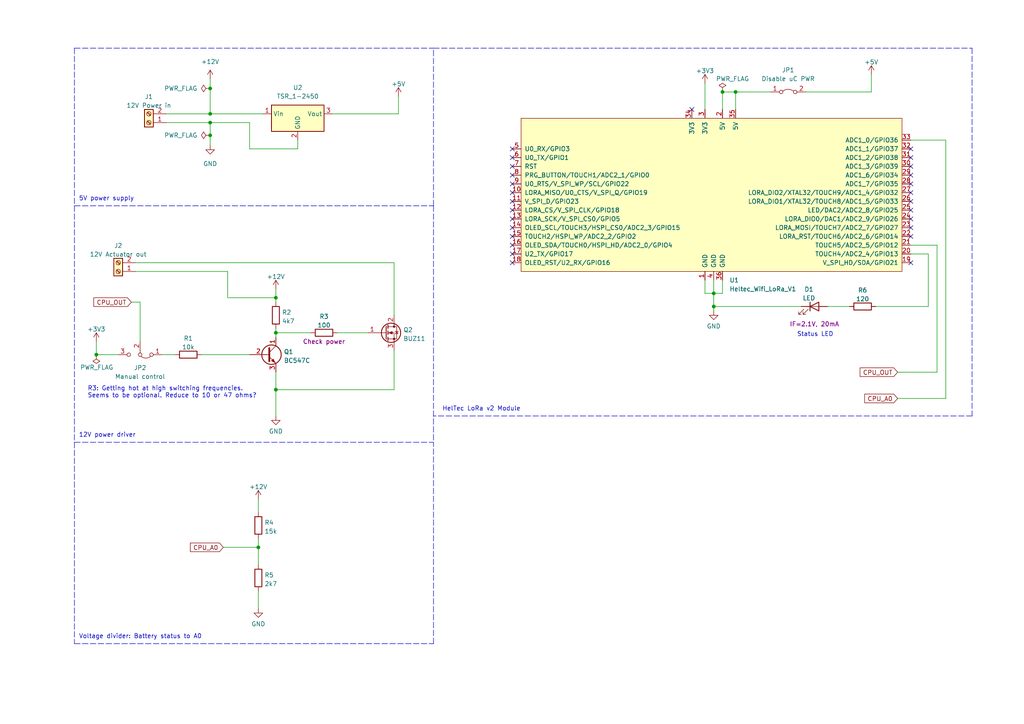
<source format=kicad_sch>
(kicad_sch (version 20211123) (generator eeschema)
  (paper "A4")
  (title_block (title "Actuator WolfNet") (date "2022-08-04") (rev "2") (company "ComNets, Uni Bremen, Jens Dede"))
  (lib_symbols
    (symbol "Connector:Screw_Terminal_01x02" (pin_names (offset 1.016) hide)
      (property "Reference" "J" (at 0 2.54 0))
      (property "Value" "Screw_Terminal_01x02" (at 0 -5.08 0))
      (symbol "Screw_Terminal_01x02_1_1"
        (rectangle (start -1.27 1.27) (end 1.27 -3.81) (stroke (width 0.254)) (fill (type background)))
        (circle (center 0 -2.54) (radius 0.635) (stroke (width 0.1524)))
        (polyline (pts (xy -0.5334 -2.2098) (xy 0.3302 -3.048)) (stroke (width 0.1524)))
        (polyline (pts (xy -0.5334 0.3302) (xy 0.3302 -0.508)) (stroke (width 0.1524)))
        (polyline (pts (xy -0.3556 -2.032) (xy 0.508 -2.8702)) (stroke (width 0.1524)))
        (polyline (pts (xy -0.3556 0.508) (xy 0.508 -0.3302)) (stroke (width 0.1524)))
        (circle (center 0 0) (radius 0.635) (stroke (width 0.1524)))
        (pin passive line (at -5.08 0 0) (length 3.81) (name "Pin_1") (number "1"))
        (pin passive line (at -5.08 -2.54 0) (length 3.81) (name "Pin_2") (number "2"))
      )
    )
    (symbol "Device:LED" (pin_numbers hide) (pin_names (offset 1.016) hide)
      (property "Reference" "D" (at 0 2.54 0))
      (property "Value" "LED" (at 0 -2.54 0))
      (symbol "LED_0_1"
        (polyline (pts (xy -1.27 -1.27) (xy -1.27 1.27)) (stroke (width 0.254)))
        (polyline (pts (xy -1.27 0) (xy 1.27 0)))
        (polyline (pts (xy 1.27 -1.27) (xy 1.27 1.27) (xy -1.27 0) (xy 1.27 -1.27)) (stroke (width 0.254)))
        (polyline (pts (xy -3.048 -0.762) (xy -4.572 -2.286) (xy -3.81 -2.286) (xy -4.572 -2.286) (xy -4.572 -1.524)))
        (polyline (pts (xy -1.778 -0.762) (xy -3.302 -2.286) (xy -2.54 -2.286) (xy -3.302 -2.286) (xy -3.302 -1.524)))
      )
      (symbol "LED_1_1"
        (pin passive line (at -3.81 0 0) (length 2.54) (name "K") (number "1"))
        (pin passive line (at 3.81 0 180) (length 2.54) (name "A") (number "2"))
      )
    )
    (symbol "Device:R" (pin_numbers hide) (pin_names (offset 0))
      (property "Reference" "R" (at 2.032 0 90))
      (property "Value" "R" (at 0 0 90))
      (symbol "R_0_1"
        (rectangle (start -1.016 -2.54) (end 1.016 2.54) (stroke (width 0.254)))
      )
      (symbol "R_1_1"
        (pin passive line (at 0 3.81 270) (length 1.27) (name "~") (number "1"))
        (pin passive line (at 0 -3.81 90) (length 1.27) (name "~") (number "2"))
      )
    )
    (symbol "Jumper:Jumper_2_Bridged" (pin_names (offset 0) hide)
      (property "Reference" "JP" (at 0 1.905 0))
      (property "Value" "Jumper_2_Bridged" (at 0 -2.54 0))
      (symbol "Jumper_2_Bridged_0_0"
        (circle (center -2.032 0) (radius 0.508))
        (circle (center 2.032 0) (radius 0.508))
      )
      (symbol "Jumper_2_Bridged_0_1"
        (arc (start 1.524 0.254) (mid 0 0.762) (end -1.524 0.254))
      )
      (symbol "Jumper_2_Bridged_1_1"
        (pin passive line (at -5.08 0 0) (length 2.54) (name "A") (number "1"))
        (pin passive line (at 5.08 0 180) (length 2.54) (name "B") (number "2"))
      )
    )
    (symbol "Jumper:Jumper_3_Bridged12" (pin_names (offset 0) hide)
      (property "Reference" "JP" (at -2.54 -2.54 0))
      (property "Value" "Jumper_3_Bridged12" (at 0 2.794 0))
      (symbol "Jumper_3_Bridged12_0_0"
        (circle (center -3.302 0) (radius 0.508))
        (circle (center 0 0) (radius 0.508))
        (circle (center 3.302 0) (radius 0.508))
      )
      (symbol "Jumper_3_Bridged12_0_1"
        (arc (start -0.254 0.508) (mid -1.651 0.9912) (end -3.048 0.508))
        (polyline (pts (xy 0 -1.27) (xy 0 -0.508)))
      )
      (symbol "Jumper_3_Bridged12_1_1"
        (pin passive line (at -6.35 0 0) (length 2.54) (name "A") (number "1"))
        (pin passive line (at 0 -3.81 90) (length 2.54) (name "C") (number "2"))
        (pin passive line (at 6.35 0 180) (length 2.54) (name "B") (number "3"))
      )
    )
    (symbol "Regulator_Switching:TSR_1-2450"
      (property "Reference" "U" (at -7.62 6.35 0))
      (property "Value" "TSR_1-2450" (at -1.27 6.35 0))
      (symbol "TSR_1-2450_0_1"
        (rectangle (start -7.62 5.08) (end 7.62 -2.54) (stroke (width 0.254)) (fill (type background)))
      )
      (symbol "TSR_1-2450_1_1"
        (pin power_in line (at -10.16 2.54 0) (length 2.54) (name "Vin") (number "1"))
        (pin power_in line (at 0 -5.08 90) (length 2.54) (name "GND") (number "2"))
        (pin power_out line (at 10.16 2.54 180) (length 2.54) (name "Vout") (number "3"))
      )
    )
    (symbol "Transistor_BJT:BC547" (pin_names (offset 0) hide)
      (property "Reference" "Q" (at 5.08 1.905 0))
      (property "Value" "BC547" (at 5.08 0 0))
      (symbol "BC547_0_1"
        (polyline (pts (xy 0 0) (xy 0.635 0)))
        (polyline (pts (xy 0.635 0.635) (xy 2.54 2.54)))
        (polyline (pts (xy 0.635 -0.635) (xy 2.54 -2.54) (xy 2.54 -2.54)))
        (polyline (pts (xy 0.635 1.905) (xy 0.635 -1.905) (xy 0.635 -1.905)) (stroke (width 0.508)))
        (polyline (pts (xy 1.27 -1.778) (xy 1.778 -1.27) (xy 2.286 -2.286) (xy 1.27 -1.778) (xy 1.27 -1.778)) (fill (type outline)))
        (circle (center 1.27 0) (radius 2.8194) (stroke (width 0.254)))
      )
      (symbol "BC547_1_1"
        (pin passive line (at 2.54 5.08 270) (length 2.54) (name "C") (number "1"))
        (pin input line (at -5.08 0 0) (length 5.08) (name "B") (number "2"))
        (pin passive line (at 2.54 -5.08 90) (length 2.54) (name "E") (number "3"))
      )
    )
    (symbol "Transistor_FET:BUZ11" (pin_names hide)
      (property "Reference" "Q" (at 6.35 1.905 0))
      (property "Value" "BUZ11" (at 6.35 0 0))
      (symbol "BUZ11_0_1"
        (polyline (pts (xy 0.254 0) (xy -2.54 0)))
        (polyline (pts (xy 0.254 1.905) (xy 0.254 -1.905)) (stroke (width 0.254)))
        (polyline (pts (xy 0.762 -1.27) (xy 0.762 -2.286)) (stroke (width 0.254)))
        (polyline (pts (xy 0.762 0.508) (xy 0.762 -0.508)) (stroke (width 0.254)))
        (polyline (pts (xy 0.762 2.286) (xy 0.762 1.27)) (stroke (width 0.254)))
        (polyline (pts (xy 2.54 2.54) (xy 2.54 1.778)))
        (polyline (pts (xy 2.54 -2.54) (xy 2.54 0) (xy 0.762 0)))
        (polyline (pts (xy 0.762 -1.778) (xy 3.302 -1.778) (xy 3.302 1.778) (xy 0.762 1.778)))
        (polyline (pts (xy 1.016 0) (xy 2.032 0.381) (xy 2.032 -0.381) (xy 1.016 0)) (fill (type outline)))
        (polyline (pts (xy 2.794 0.508) (xy 2.921 0.381) (xy 3.683 0.381) (xy 3.81 0.254)))
        (polyline (pts (xy 3.302 0.381) (xy 2.921 -0.254) (xy 3.683 -0.254) (xy 3.302 0.381)))
        (circle (center 1.651 0) (radius 2.794) (stroke (width 0.254)))
        (circle (center 2.54 -1.778) (radius 0.254) (fill (type outline)))
        (circle (center 2.54 1.778) (radius 0.254) (fill (type outline)))
      )
      (symbol "BUZ11_1_1"
        (pin input line (at -5.08 0 0) (length 2.54) (name "G") (number "1"))
        (pin passive line (at 2.54 5.08 270) (length 2.54) (name "D") (number "2"))
        (pin passive line (at 2.54 -5.08 90) (length 2.54) (name "S") (number "3"))
      )
    )
    (symbol "WolfNetlibs:Heltec_Wifi_LoRa_V1" (pin_names (offset 1.016))
      (property "Reference" "U" (at 0 21.59 0))
      (property "Value" "Heltec_Wifi_LoRa_V1" (at 1.27 19.05 0))
      (symbol "Heltec_Wifi_LoRa_V1_0_1"
        (rectangle (start -55.88 5.08) (end 54.61 -39.37) (fill (type background)))
      )
      (symbol "Heltec_Wifi_LoRa_V1_1_1"
        (pin power_in line (at -2.54 -41.91 90) (length 2.54) (name "GND") (number "1"))
        (pin bidirectional line (at -58.42 -16.51 0) (length 2.54) (name "LORA_MISO/U0_CTS/V_SPI_Q/GPIO19") (number "10"))
        (pin bidirectional line (at -58.42 -19.05 0) (length 2.54) (name "V_SPI_D/GPIO23") (number "11"))
        (pin bidirectional line (at -58.42 -21.59 0) (length 2.54) (name "LORA_CS/V_SPI_CLK/GPIO18") (number "12"))
        (pin bidirectional line (at -58.42 -24.13 0) (length 2.54) (name "LORA_SCK/V_SPI_CS0/GPIO5") (number "13"))
        (pin bidirectional line (at -58.42 -26.67 0) (length 2.54) (name "OLED_SCL/TOUCH3/HSPI_CS0/ADC2_3/GPIO15") (number "14"))
        (pin bidirectional line (at -58.42 -29.21 0) (length 2.54) (name "TOUCH2/HSPI_WP/ADC2_2/GPIO2") (number "15"))
        (pin bidirectional line (at -58.42 -31.75 0) (length 2.54) (name "OLED_SDA/TOUCH0/HSPI_HD/ADC2_0/GPIO4") (number "16"))
        (pin bidirectional line (at -58.42 -34.29 0) (length 2.54) (name "U2_TX/GPIO17") (number "17"))
        (pin bidirectional line (at -58.42 -36.83 0) (length 2.54) (name "OLED_RST/U2_RX/GPIO16") (number "18"))
        (pin bidirectional line (at 57.15 -36.83 180) (length 2.54) (name "V_SPI_HD/SDA/GPIO21") (number "19"))
        (pin power_in line (at 2.54 7.62 270) (length 2.54) (name "5V") (number "2"))
        (pin bidirectional line (at 57.15 -34.29 180) (length 2.54) (name "TOUCH4/ADC2_4/GPIO13") (number "20"))
        (pin bidirectional line (at 57.15 -31.75 180) (length 2.54) (name "TOUCH5/ADC2_5/GPIO12") (number "21"))
        (pin bidirectional line (at 57.15 -29.21 180) (length 2.54) (name "LORA_RST/TOUCH6/ADC2_6/GPIO14") (number "22"))
        (pin bidirectional line (at 57.15 -26.67 180) (length 2.54) (name "LORA_MOSI/TOUCH7/ADC2_7/GPIO27") (number "23"))
        (pin bidirectional line (at 57.15 -24.13 180) (length 2.54) (name "LORA_DIO0/DAC1/ADC2_9/GPIO26") (number "24"))
        (pin bidirectional line (at 57.15 -21.59 180) (length 2.54) (name "LED/DAC2/ADC2_8/GPIO25") (number "25"))
        (pin bidirectional line (at 57.15 -19.05 180) (length 2.54) (name "LORA_DIO1/XTAL32/TOUCH8/ADC1_5/GPIO33") (number "26"))
        (pin bidirectional line (at 57.15 -16.51 180) (length 2.54) (name "LORA_DIO2/XTAL32/TOUCH9/ADC1_4/GPIO32") (number "27"))
        (pin bidirectional line (at 57.15 -13.97 180) (length 2.54) (name "ADC1_7/GPIO35") (number "28"))
        (pin bidirectional line (at 57.15 -11.43 180) (length 2.54) (name "ADC1_6/GPIO34") (number "29"))
        (pin power_in line (at -2.54 7.62 270) (length 2.54) (name "3V3") (number "3"))
        (pin bidirectional line (at 57.15 -8.89 180) (length 2.54) (name "ADC1_3/GPIO39") (number "30"))
        (pin bidirectional line (at 57.15 -6.35 180) (length 2.54) (name "ADC1_2/GPIO38") (number "31"))
        (pin bidirectional line (at 57.15 -3.81 180) (length 2.54) (name "ADC1_1/GPIO37") (number "32"))
        (pin bidirectional line (at 57.15 -1.27 180) (length 2.54) (name "ADC1_0/GPIO36") (number "33"))
        (pin power_in line (at -6.35 7.62 270) (length 2.54) (name "3V3") (number "34"))
        (pin power_in line (at 6.35 7.62 270) (length 2.54) (name "5V") (number "35"))
        (pin power_in line (at 2.54 -41.91 90) (length 2.54) (name "GND") (number "36"))
        (pin power_in line (at 0 -41.91 90) (length 2.54) (name "GND") (number "4"))
        (pin bidirectional line (at -58.42 -3.81 0) (length 2.54) (name "U0_RX/GPIO3") (number "5"))
        (pin bidirectional line (at -58.42 -6.35 0) (length 2.54) (name "U0_TX/GPIO1") (number "6"))
        (pin input line (at -58.42 -8.89 0) (length 2.54) (name "RST") (number "7"))
        (pin bidirectional line (at -58.42 -11.43 0) (length 2.54) (name "PRG_BUTTON/TOUCH1/ADC2_1/GPIO0") (number "8"))
        (pin bidirectional line (at -58.42 -13.97 0) (length 2.54) (name "U0_RTS/V_SPI_WP/SCL/GPIO22") (number "9"))
      )
    )
    (symbol "power:+12V" (power) (pin_names (offset 0))
      (property "Value" "+12V" (at 0 3.556 0))
      (symbol "+12V_0_1"
        (polyline (pts (xy -0.762 1.27) (xy 0 2.54)))
        (polyline (pts (xy 0 0) (xy 0 2.54)))
        (polyline (pts (xy 0 2.54) (xy 0.762 1.27)))
      )
      (symbol "+12V_1_1"
        (pin power_in line (at 0 0 90) (length 0) hide (name "+12V") (number "1"))
      )
    )
    (symbol "power:+3V3" (power) (pin_names (offset 0))
      (property "Value" "+3V3" (at 0 3.556 0))
      (symbol "+3V3_0_1"
        (polyline (pts (xy -0.762 1.27) (xy 0 2.54)))
        (polyline (pts (xy 0 0) (xy 0 2.54)))
        (polyline (pts (xy 0 2.54) (xy 0.762 1.27)))
      )
      (symbol "+3V3_1_1"
        (pin power_in line (at 0 0 90) (length 0) hide (name "+3V3") (number "1"))
      )
    )
    (symbol "power:+5V" (power) (pin_names (offset 0))
      (property "Value" "+5V" (at 0 3.556 0))
      (symbol "+5V_0_1"
        (polyline (pts (xy -0.762 1.27) (xy 0 2.54)))
        (polyline (pts (xy 0 0) (xy 0 2.54)))
        (polyline (pts (xy 0 2.54) (xy 0.762 1.27)))
      )
      (symbol "+5V_1_1"
        (pin power_in line (at 0 0 90) (length 0) hide (name "+5V") (number "1"))
      )
    )
    (symbol "power:GND" (power) (pin_names (offset 0))
      (property "Value" "GND" (at 0 -3.81 0))
      (symbol "GND_0_1"
        (polyline (pts (xy 0 0) (xy 0 -1.27) (xy 1.27 -1.27) (xy 0 -2.54) (xy -1.27 -1.27) (xy 0 -1.27)))
      )
      (symbol "GND_1_1"
        (pin power_in line (at 0 0 270) (length 0) hide (name "GND") (number "1"))
      )
    )
    (symbol "power:PWR_FLAG" (power) (pin_numbers hide) (pin_names (offset 0) hide)
      (property "Value" "PWR_FLAG" (at 0 3.81 0))
      (symbol "PWR_FLAG_0_0"
        (pin power_out line (at 0 0 90) (length 0) (name "pwr") (number "1"))
      )
      (symbol "PWR_FLAG_0_1"
        (polyline (pts (xy 0 0) (xy 0 1.27) (xy -1.016 1.905) (xy 0 2.54) (xy 1.016 1.905) (xy 0 1.27)))
      )
    )
  )
  (junction (at 213.36 26.67))
  (junction (at 207.01 88.9))
  (junction (at 80.01 113.03))
  (junction (at 207.01 85.09))
  (junction (at 74.93 158.75))
  (junction (at 209.55 26.67))
  (junction (at 27.94 102.87))
  (junction (at 80.01 86.36))
  (junction (at 60.96 39.243))
  (junction (at 80.01 96.52))
  (junction (at 60.96 35.56))
  (junction (at 60.96 33.02))
  (junction (at 60.96 25.654))
  (no_connect (at 264.16 55.88))
  (no_connect (at 200.66 31.75))
  (no_connect (at 148.59 50.8))
  (no_connect (at 148.59 43.18))
  (no_connect (at 148.59 45.72))
  (no_connect (at 148.59 48.26))
  (no_connect (at 264.16 76.2))
  (no_connect (at 264.16 68.58))
  (no_connect (at 264.16 66.04))
  (no_connect (at 264.16 63.5))
  (no_connect (at 264.16 48.26))
  (no_connect (at 264.16 45.72))
  (no_connect (at 264.16 43.18))
  (no_connect (at 264.16 58.42))
  (no_connect (at 264.16 60.96))
  (no_connect (at 264.16 50.8))
  (no_connect (at 264.16 53.34))
  (no_connect (at 148.59 53.34))
  (no_connect (at 148.59 55.88))
  (no_connect (at 148.59 58.42))
  (no_connect (at 148.59 60.96))
  (no_connect (at 148.59 63.5))
  (no_connect (at 148.59 66.04))
  (no_connect (at 148.59 68.58))
  (no_connect (at 148.59 71.12))
  (no_connect (at 148.59 73.66))
  (no_connect (at 148.59 76.2))
  (wire (pts (xy 209.55 81.28) (xy 209.55 85.09)))
  (wire (pts (xy 207.01 88.9) (xy 207.01 90.17)))
  (wire (pts (xy 80.01 113.03) (xy 80.01 120.65)))
  (polyline (pts (xy 21.59 186.69) (xy 125.73 186.69)))
  (polyline (pts (xy 21.59 59.69) (xy 21.59 128.27)))
  (wire (pts (xy 58.42 102.87) (xy 72.39 102.87)))
  (wire (pts (xy 80.01 96.52) (xy 90.17 96.52)))
  (polyline (pts (xy 21.59 128.27) (xy 125.73 128.27)))
  (wire (pts (xy 260.35 115.57) (xy 274.32 115.57)))
  (wire (pts (xy 271.78 71.12) (xy 264.16 71.12)))
  (wire (pts (xy 60.96 39.243) (xy 60.96 42.164)))
  (wire (pts (xy 269.24 88.9) (xy 269.24 73.66)))
  (polyline (pts (xy 21.59 59.69) (xy 125.73 59.69)))
  (wire (pts (xy 204.47 85.09) (xy 207.01 85.09)))
  (wire (pts (xy 74.93 158.75) (xy 74.93 163.83)))
  (wire (pts (xy 86.36 40.64) (xy 86.36 43.18)))
  (wire (pts (xy 72.39 35.56) (xy 60.96 35.56)))
  (wire (pts (xy 39.37 76.2) (xy 114.3 76.2)))
  (polyline (pts (xy 125.73 59.69) (xy 125.73 13.97)))
  (wire (pts (xy 80.01 83.82) (xy 80.01 86.36)))
  (wire (pts (xy 66.04 86.36) (xy 80.01 86.36)))
  (wire (pts (xy 39.37 78.74) (xy 66.04 78.74)))
  (wire (pts (xy 80.01 86.36) (xy 80.01 87.63)))
  (wire (pts (xy 80.01 113.03) (xy 114.3 113.03)))
  (polyline (pts (xy 125.73 186.69) (xy 125.73 128.27)))
  (wire (pts (xy 204.47 24.13) (xy 204.47 31.75)))
  (wire (pts (xy 240.03 88.9) (xy 246.38 88.9)))
  (wire (pts (xy 86.36 43.18) (xy 72.39 43.18)))
  (wire (pts (xy 66.04 78.74) (xy 66.04 86.36)))
  (wire (pts (xy 204.47 81.28) (xy 204.47 85.09)))
  (wire (pts (xy 115.57 33.02) (xy 115.57 27.94)))
  (wire (pts (xy 269.24 73.66) (xy 264.16 73.66)))
  (wire (pts (xy 114.3 101.6) (xy 114.3 113.03)))
  (wire (pts (xy 74.93 144.78) (xy 74.93 148.59)))
  (wire (pts (xy 252.73 21.59) (xy 252.73 26.67)))
  (wire (pts (xy 274.32 115.57) (xy 274.32 40.64)))
  (wire (pts (xy 80.01 95.25) (xy 80.01 96.52)))
  (polyline (pts (xy 281.94 120.65) (xy 125.73 120.65)))
  (wire (pts (xy 80.01 107.95) (xy 80.01 113.03)))
  (polyline (pts (xy 21.59 128.27) (xy 21.59 186.69)))
  (wire (pts (xy 209.55 31.75) (xy 209.55 26.67)))
  (wire (pts (xy 74.93 156.21) (xy 74.93 158.75)))
  (wire (pts (xy 114.3 76.2) (xy 114.3 91.44)))
  (wire (pts (xy 34.29 102.87) (xy 27.94 102.87)))
  (wire (pts (xy 207.01 81.28) (xy 207.01 85.09)))
  (wire (pts (xy 96.52 33.02) (xy 115.57 33.02)))
  (wire (pts (xy 60.96 22.86) (xy 60.96 25.654)))
  (wire (pts (xy 60.96 33.02) (xy 76.2 33.02)))
  (wire (pts (xy 260.35 107.95) (xy 271.78 107.95)))
  (wire (pts (xy 209.55 26.67) (xy 213.36 26.67)))
  (wire (pts (xy 254 88.9) (xy 269.24 88.9)))
  (wire (pts (xy 271.78 107.95) (xy 271.78 71.12)))
  (wire (pts (xy 74.93 171.45) (xy 74.93 176.53)))
  (wire (pts (xy 60.96 35.56) (xy 60.96 39.243)))
  (wire (pts (xy 60.96 25.654) (xy 60.96 33.02)))
  (wire (pts (xy 46.99 102.87) (xy 50.8 102.87)))
  (wire (pts (xy 274.32 40.64) (xy 264.16 40.64)))
  (wire (pts (xy 80.01 96.52) (xy 80.01 97.79)))
  (polyline (pts (xy 21.59 13.97) (xy 125.73 13.97)))
  (wire (pts (xy 213.36 26.67) (xy 213.36 31.75)))
  (polyline (pts (xy 125.73 59.69) (xy 125.73 128.27)))
  (wire (pts (xy 97.79 96.52) (xy 106.68 96.52)))
  (wire (pts (xy 38.1 87.63) (xy 40.64 87.63)))
  (wire (pts (xy 27.94 102.87) (xy 27.94 99.06)))
  (wire (pts (xy 64.77 158.75) (xy 74.93 158.75)))
  (polyline (pts (xy 281.94 13.97) (xy 281.94 120.65)))
  (polyline (pts (xy 21.59 13.97) (xy 21.59 59.69)))
  (wire (pts (xy 72.39 43.18) (xy 72.39 35.56)))
  (wire (pts (xy 233.68 26.67) (xy 252.73 26.67)))
  (wire (pts (xy 207.01 85.09) (xy 207.01 88.9)))
  (wire (pts (xy 207.01 88.9) (xy 232.41 88.9)))
  (wire (pts (xy 213.36 26.67) (xy 223.52 26.67)))
  (wire (pts (xy 209.55 85.09) (xy 207.01 85.09)))
  (wire (pts (xy 48.26 35.56) (xy 60.96 35.56)))
  (wire (pts (xy 40.64 87.63) (xy 40.64 99.06)))
  (wire (pts (xy 48.26 33.02) (xy 60.96 33.02)))
  (polyline (pts (xy 125.73 13.97) (xy 281.94 13.97)))
  (text "12V power driver" (at 22.86 127 0) (effects (font (size 1.27 1.27)) (justify left bottom)))
  (text "HelTec LoRa v2 Module" (at 128.27 119.38 0) (effects (font (size 1.27 1.27)) (justify left bottom)))
  (text "R3: Getting hot at high switching frequencies.\nSeems to be optional. Reduce to 10 or 47 ohms?" (at 25.4 115.57 0) (effects (font (size 1.27 1.27)) (justify left bottom)))
  (text "Voltage divider: Battery status to A0" (at 22.86 185.42 0) (effects (font (size 1.27 1.27)) (justify left bottom)))
  (text "Status LED" (at 231.14 97.79 0) (effects (font (size 1.27 1.27)) (justify left bottom)))
  (text "5V power supply" (at 22.86 58.42 0) (effects (font (size 1.27 1.27)) (justify left bottom)))
  (global_label "CPU_A0" (shape input) (at 64.77 158.75 180) (property "Referenzen zwischen Schaltplänen" "${INTERSHEET_REFS}" (effects hide)))
  (global_label "CPU_A0" (shape input) (at 260.35 115.57 180) (property "Referenzen zwischen Schaltplänen" "${INTERSHEET_REFS}" (effects hide)))
  (global_label "CPU_OUT" (shape input) (at 38.1 87.63 180) (property "Referenzen zwischen Schaltplänen" "${INTERSHEET_REFS}" (effects hide)))
  (global_label "CPU_OUT" (shape input) (at 260.35 107.95 180) (property "Referenzen zwischen Schaltplänen" "${INTERSHEET_REFS}" (effects hide)))
  (symbol (lib_id "power:+3V3") (at 204.47 24.13 0) (unit 1)
    (property "Reference" "#PWR0105" (effects hide))
    (property "Value" "+3V3" (at 204.47 20.5542 0))
  )
  (symbol (lib_id "power:PWR_FLAG") (at 60.96 25.654 90) (unit 1)
    (property "Reference" "#FLG0102" (effects hide))
    (property "Value" "PWR_FLAG" (at 57.277 25.6539 90) (effects (justify left)))
  )
  (symbol (lib_id "Device:R") (at 54.61 102.87 90) (unit 1)
    (property "Reference" "R1" (at 54.61 98.1542 90))
    (property "Value" "10k" (at 54.61 100.6911 90))
    (property "Footprint" "Resistor_THT:R_Axial_DIN0411_L9.9mm_D3.6mm_P12.70mm_Horizontal" (effects hide))
  )
  (symbol (lib_id "power:PWR_FLAG") (at 209.55 26.67 0) (unit 1)
    (property "Reference" "#FLG0104" (effects hide))
    (property "Value" "PWR_FLAG" (at 207.645 22.86 0) (effects (justify left)))
  )
  (symbol (lib_id "Regulator_Switching:TSR_1-2450") (at 86.36 35.56 0) (unit 1)
    (property "Reference" "U2" (at 86.36 25.4 0))
    (property "Value" "TSR_1-2450" (at 86.36 27.94 0))
    (property "Footprint" "Converter_DCDC:Converter_DCDC_TRACO_TSR-1_THT" (effects hide))
    (property "Datasheet" "http://www.tracopower.com/products/tsr1.pdf" (effects hide))
  )
  (symbol (lib_id "Device:LED") (at 236.22 88.9 0) (unit 1)
    (property "Reference" "D1" (at 234.6325 83.9302 0))
    (property "Value" "LED" (at 234.6325 86.4671 0))
    (property "Footprint" "LED_THT:LED_D5.0mm_IRGrey" (effects hide))
    (property "Datasheet" "https://asset.conrad.com/media10/add/160267/c1/-/en/001573699DS01/datenblatt-1573699-tru-components-1573699-led-bedrahtet-gelb-rund-3-mm-1300-mcd-60-20-ma-21-v.pdf" (effects hide))
    (property "Detail" "IF=2.1V, 20mA" (at 236.22 93.98 0))
  )
  (symbol (lib_id "Jumper:Jumper_2_Bridged") (at 228.6 26.67 0) (unit 1)
    (property "Reference" "JP1" (at 228.6 20.32 0))
    (property "Value" "Disable uC PWR" (at 228.6 22.86 0))
    (property "Footprint" "Connector_PinHeader_2.54mm:PinHeader_1x02_P2.54mm_Vertical" (effects hide))
  )
  (symbol (lib_id "Device:R") (at 93.98 96.52 90) (unit 1)
    (property "Reference" "R3" (at 93.98 91.8042 90))
    (property "Value" "100" (at 93.98 94.3411 90))
    (property "Footprint" "Resistor_THT:R_Axial_DIN0411_L9.9mm_D3.6mm_P12.70mm_Horizontal" (effects hide))
    (property "Comment" "Check power" (at 93.98 99.06 90))
  )
  (symbol (lib_id "Device:R") (at 74.93 152.4 0) (unit 1)
    (property "Reference" "R4" (at 76.708 151.5653 0) (effects (justify left)))
    (property "Value" "15k" (at 76.708 154.1022 0) (effects (justify left)))
    (property "Footprint" "Resistor_THT:R_Axial_DIN0411_L9.9mm_D3.6mm_P12.70mm_Horizontal" (effects hide))
  )
  (symbol (lib_id "Device:R") (at 74.93 167.64 0) (unit 1)
    (property "Reference" "R5" (at 76.708 166.8053 0) (effects (justify left)))
    (property "Value" "2k7" (at 76.708 169.3422 0) (effects (justify left)))
    (property "Footprint" "Resistor_THT:R_Axial_DIN0411_L9.9mm_D3.6mm_P12.70mm_Horizontal" (effects hide))
  )
  (symbol (lib_id "Transistor_FET:BUZ11") (at 111.76 96.52 0) (unit 1)
    (property "Reference" "Q2" (at 116.967 95.6853 0) (effects (justify left)))
    (property "Value" "BUZ11" (at 116.967 98.2222 0) (effects (justify left)))
    (property "Footprint" "Package_TO_SOT_THT:TO-220-3_Vertical" (effects hide))
    (property "Datasheet" "https://media.digikey.com/pdf/Data%20Sheets/Fairchild%20PDFs/BUZ11.pdf" (effects hide))
  )
  (symbol (lib_id "Jumper:Jumper_3_Bridged12") (at 40.64 102.87 180) (unit 1)
    (property "Reference" "JP2" (at 40.64 106.68 0))
    (property "Value" "Manual control" (at 40.64 109.22 0))
    (property "Footprint" "Connector_PinHeader_2.54mm:PinHeader_1x03_P2.54mm_Vertical" (effects hide))
  )
  (symbol (lib_id "power:PWR_FLAG") (at 60.96 39.243 90) (unit 1)
    (property "Reference" "#FLG0103" (effects hide))
    (property "Value" "PWR_FLAG" (at 57.277 39.2429 90) (effects (justify left)))
  )
  (symbol (lib_id "power:GND") (at 80.01 120.65 0) (unit 1)
    (property "Reference" "#PWR04" (effects hide))
    (property "Value" "GND" (at 80.01 125.0934 0))
  )
  (symbol (lib_id "power:+12V") (at 60.96 22.86 0) (unit 1)
    (property "Reference" "#PWR0109" (effects hide))
    (property "Value" "+12V" (at 60.96 17.907 0))
  )
  (symbol (lib_id "power:+5V") (at 115.57 27.94 0) (unit 1)
    (property "Reference" "#PWR0101" (effects hide))
    (property "Value" "+5V" (at 115.57 24.3642 0))
  )
  (symbol (lib_id "Device:R") (at 80.01 91.44 0) (unit 1)
    (property "Reference" "R2" (at 81.788 90.6053 0) (effects (justify left)))
    (property "Value" "4k7" (at 81.788 93.1422 0) (effects (justify left)))
    (property "Footprint" "Resistor_THT:R_Axial_DIN0411_L9.9mm_D3.6mm_P12.70mm_Horizontal" (effects hide))
  )
  (symbol (lib_id "WolfNetlibs:Heltec_Wifi_LoRa_V1") (at 207.01 39.37 0) (unit 1)
    (property "Reference" "U1" (at 211.5694 81.28 0) (effects (justify left)))
    (property "Value" "Heltec_Wifi_LoRa_V1" (at 211.5694 83.82 0) (effects (justify left)))
    (property "Footprint" "Heltec_Wifi_Lora_v1:Heltec_WiFi_LoRa_V1" (effects hide))
  )
  (symbol (lib_id "power:PWR_FLAG") (at 27.94 102.87 180) (unit 1)
    (property "Reference" "#FLG0101" (effects hide))
    (property "Value" "PWR_FLAG" (at 23.241 106.553 0) (effects (justify right)))
  )
  (symbol (lib_id "Transistor_BJT:BC547") (at 77.47 102.87 0) (unit 1)
    (property "Reference" "Q1" (at 82.3214 102.0353 0) (effects (justify left)))
    (property "Value" "BC547C" (at 82.3214 104.5722 0) (effects (justify left)))
    (property "Footprint" "Package_TO_SOT_THT:TO-92_Inline" (effects hide))
    (property "Datasheet" "https://www.onsemi.com/pub/Collateral/BC550-D.pdf" (effects hide))
  )
  (symbol (lib_id "Connector:Screw_Terminal_01x02") (at 34.29 78.74 180) (unit 1)
    (property "Reference" "J2" (at 34.29 71.2302 0))
    (property "Value" "12V Actuator out" (at 34.29 73.7671 0))
    (property "Footprint" "TerminalBlock_RND:TerminalBlock_RND_205-00001_1x02_P5.00mm_Horizontal" (effects hide))
  )
  (symbol (lib_id "power:GND") (at 207.01 90.17 0) (unit 1)
    (property "Reference" "#PWR0106" (effects hide))
    (property "Value" "GND" (at 207.01 94.6134 0))
  )
  (symbol (lib_id "power:+12V") (at 74.93 144.78 0) (unit 1)
    (property "Reference" "#PWR0102" (effects hide))
    (property "Value" "+12V" (at 74.93 141.2042 0))
  )
  (symbol (lib_id "power:GND") (at 74.93 176.53 0) (unit 1)
    (property "Reference" "#PWR0103" (effects hide))
    (property "Value" "GND" (at 74.93 180.9734 0))
  )
  (symbol (lib_id "power:+5V") (at 252.73 21.59 0) (unit 1)
    (property "Reference" "#PWR0107" (effects hide))
    (property "Value" "+5V" (at 252.73 18.0142 0))
  )
  (symbol (lib_id "power:GND") (at 60.96 42.164 0) (unit 1)
    (property "Reference" "#PWR0108" (effects hide))
    (property "Value" "GND" (at 60.96 47.498 0))
  )
  (symbol (lib_id "power:+3V3") (at 27.94 99.06 0) (unit 1)
    (property "Reference" "#PWR0104" (effects hide))
    (property "Value" "+3V3" (at 27.94 95.4842 0))
  )
  (symbol (lib_id "Connector:Screw_Terminal_01x02") (at 43.18 35.56 180) (unit 1)
    (property "Reference" "J1" (at 43.18 28.0502 0))
    (property "Value" "12V Power in" (at 43.18 30.5871 0))
    (property "Footprint" "TerminalBlock_RND:TerminalBlock_RND_205-00001_1x02_P5.00mm_Horizontal" (effects hide))
  )
  (symbol (lib_id "power:+12V") (at 80.01 83.82 0) (unit 1)
    (property "Reference" "#PWR03" (effects hide))
    (property "Value" "+12V" (at 80.01 80.2442 0))
  )
  (symbol (lib_id "Device:R") (at 250.19 88.9 90) (unit 1)
    (property "Reference" "R6" (at 250.19 84.1842 90))
    (property "Value" "120" (at 250.19 86.7211 90))
    (property "Footprint" "Resistor_THT:R_Axial_DIN0411_L9.9mm_D3.6mm_P12.70mm_Horizontal" (effects hide))
  )
)
</source>
